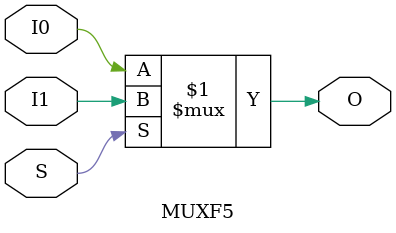
<source format=v>
/***************************************************************************
 *                                                                         *
 *   MUXF5.v - Simulates the Xilinx primitive of the same name for use     *
 *     with Icarus Verilog.                                                *
 *                                                                         *
 *   Copyright (C) 2005 by Patrick Suggate                                 *
 *   patrick@physics.otago.ac.nz                                           *
 *                                                                         *
 *   This program is free software; you can redistribute it and/or modify  *
 *   it under the terms of the GNU General Public License as published by  *
 *   the Free Software Foundation; either version 2 of the License, or     *
 *   (at your option) any later version.                                   *
 *                                                                         *
 *   This program is distributed in the hope that it will be useful,       *
 *   but WITHOUT ANY WARRANTY; without even the implied warranty of        *
 *   MERCHANTABILITY or FITNESS FOR A PARTICULAR PURPOSE.  See the         *
 *   GNU General Public License for more details.                          *
 *                                                                         *
 *   You should have received a copy of the GNU General Public License     *
 *   along with this program; if not, write to the                         *
 *   Free Software Foundation, Inc.,                                       *
 *   59 Temple Place - Suite 330, Boston, MA  02111-1307, USA.             *
 ***************************************************************************/

module MUXF5 ( O, I0, I1, S );
	
	output	O;
	input	I0, I1, S;
	
	assign	O	= S ? I1 : I0;
	
endmodule	//	MUXF5

</source>
